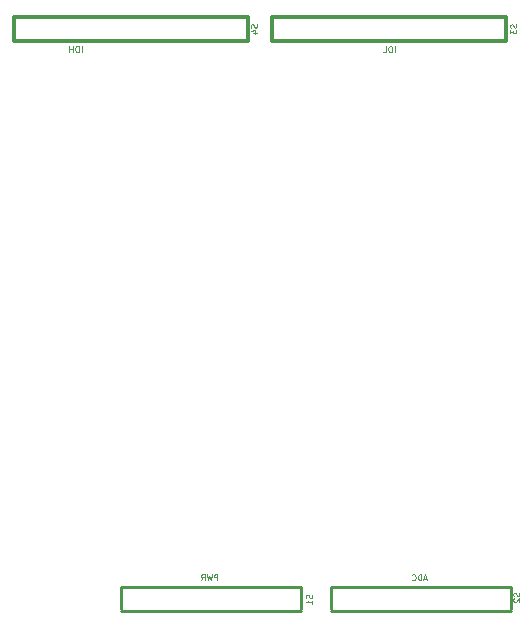
<source format=gbo>
G04 (created by PCBNEW (2013-07-07 BZR 4022)-stable) date Mon 05 Aug 2013 03:22:25 PM NZST*
%MOIN*%
G04 Gerber Fmt 3.4, Leading zero omitted, Abs format*
%FSLAX34Y34*%
G01*
G70*
G90*
G04 APERTURE LIST*
%ADD10C,0.00590551*%
%ADD11C,0.012*%
%ADD12C,0.01*%
%ADD13C,0.004*%
G04 APERTURE END LIST*
G54D10*
G54D11*
X27400Y-11400D02*
X27400Y-10600D01*
X19600Y-11400D02*
X19600Y-10600D01*
X27400Y-10600D02*
X19600Y-10600D01*
X19600Y-11400D02*
X27400Y-11400D01*
G54D12*
X27550Y-29600D02*
X27550Y-30350D01*
X21550Y-29600D02*
X21550Y-30350D01*
X21550Y-30391D02*
X27550Y-30391D01*
X27550Y-29600D02*
X21550Y-29600D01*
X20550Y-29600D02*
X20550Y-30350D01*
X14550Y-29600D02*
X14550Y-30350D01*
X14550Y-30391D02*
X20550Y-30391D01*
X20550Y-29600D02*
X14550Y-29600D01*
G54D11*
X18800Y-11400D02*
X18800Y-10600D01*
X11000Y-11400D02*
X11000Y-10600D01*
X18800Y-10600D02*
X11000Y-10600D01*
X11000Y-11400D02*
X18800Y-11400D01*
G54D13*
X27721Y-10847D02*
X27730Y-10876D01*
X27730Y-10923D01*
X27721Y-10942D01*
X27711Y-10952D01*
X27692Y-10961D01*
X27673Y-10961D01*
X27654Y-10952D01*
X27645Y-10942D01*
X27635Y-10923D01*
X27626Y-10885D01*
X27616Y-10866D01*
X27607Y-10857D01*
X27588Y-10847D01*
X27569Y-10847D01*
X27550Y-10857D01*
X27540Y-10866D01*
X27530Y-10885D01*
X27530Y-10933D01*
X27540Y-10961D01*
X27530Y-11028D02*
X27530Y-11152D01*
X27607Y-11085D01*
X27607Y-11114D01*
X27616Y-11133D01*
X27626Y-11142D01*
X27645Y-11152D01*
X27692Y-11152D01*
X27711Y-11142D01*
X27721Y-11133D01*
X27730Y-11114D01*
X27730Y-11057D01*
X27721Y-11038D01*
X27711Y-11028D01*
X23685Y-11780D02*
X23685Y-11580D01*
X23552Y-11580D02*
X23514Y-11580D01*
X23495Y-11590D01*
X23476Y-11609D01*
X23466Y-11647D01*
X23466Y-11714D01*
X23476Y-11752D01*
X23495Y-11771D01*
X23514Y-11780D01*
X23552Y-11780D01*
X23571Y-11771D01*
X23590Y-11752D01*
X23599Y-11714D01*
X23599Y-11647D01*
X23590Y-11609D01*
X23571Y-11590D01*
X23552Y-11580D01*
X23285Y-11780D02*
X23380Y-11780D01*
X23380Y-11580D01*
X27821Y-29797D02*
X27830Y-29826D01*
X27830Y-29873D01*
X27821Y-29892D01*
X27811Y-29902D01*
X27792Y-29911D01*
X27773Y-29911D01*
X27754Y-29902D01*
X27745Y-29892D01*
X27735Y-29873D01*
X27726Y-29835D01*
X27716Y-29816D01*
X27707Y-29807D01*
X27688Y-29797D01*
X27669Y-29797D01*
X27650Y-29807D01*
X27640Y-29816D01*
X27630Y-29835D01*
X27630Y-29883D01*
X27640Y-29911D01*
X27650Y-29988D02*
X27640Y-29997D01*
X27630Y-30016D01*
X27630Y-30064D01*
X27640Y-30083D01*
X27650Y-30092D01*
X27669Y-30102D01*
X27688Y-30102D01*
X27716Y-30092D01*
X27830Y-29978D01*
X27830Y-30102D01*
X24747Y-29323D02*
X24652Y-29323D01*
X24766Y-29380D02*
X24700Y-29180D01*
X24633Y-29380D01*
X24566Y-29380D02*
X24566Y-29180D01*
X24519Y-29180D01*
X24490Y-29190D01*
X24471Y-29209D01*
X24461Y-29228D01*
X24452Y-29266D01*
X24452Y-29295D01*
X24461Y-29333D01*
X24471Y-29352D01*
X24490Y-29371D01*
X24519Y-29380D01*
X24566Y-29380D01*
X24252Y-29361D02*
X24261Y-29371D01*
X24290Y-29380D01*
X24309Y-29380D01*
X24338Y-29371D01*
X24357Y-29352D01*
X24366Y-29333D01*
X24376Y-29295D01*
X24376Y-29266D01*
X24366Y-29228D01*
X24357Y-29209D01*
X24338Y-29190D01*
X24309Y-29180D01*
X24290Y-29180D01*
X24261Y-29190D01*
X24252Y-29200D01*
X20911Y-29867D02*
X20920Y-29896D01*
X20920Y-29943D01*
X20911Y-29962D01*
X20901Y-29972D01*
X20882Y-29981D01*
X20863Y-29981D01*
X20844Y-29972D01*
X20835Y-29962D01*
X20825Y-29943D01*
X20816Y-29905D01*
X20806Y-29886D01*
X20797Y-29877D01*
X20778Y-29867D01*
X20759Y-29867D01*
X20740Y-29877D01*
X20730Y-29886D01*
X20720Y-29905D01*
X20720Y-29953D01*
X20730Y-29981D01*
X20920Y-30172D02*
X20920Y-30058D01*
X20920Y-30115D02*
X20720Y-30115D01*
X20749Y-30096D01*
X20768Y-30077D01*
X20778Y-30058D01*
X17766Y-29380D02*
X17766Y-29180D01*
X17690Y-29180D01*
X17671Y-29190D01*
X17661Y-29200D01*
X17652Y-29219D01*
X17652Y-29247D01*
X17661Y-29266D01*
X17671Y-29276D01*
X17690Y-29285D01*
X17766Y-29285D01*
X17585Y-29180D02*
X17538Y-29380D01*
X17499Y-29238D01*
X17461Y-29380D01*
X17414Y-29180D01*
X17223Y-29380D02*
X17290Y-29285D01*
X17338Y-29380D02*
X17338Y-29180D01*
X17261Y-29180D01*
X17242Y-29190D01*
X17233Y-29200D01*
X17223Y-29219D01*
X17223Y-29247D01*
X17233Y-29266D01*
X17242Y-29276D01*
X17261Y-29285D01*
X17338Y-29285D01*
X19071Y-10847D02*
X19080Y-10876D01*
X19080Y-10923D01*
X19071Y-10942D01*
X19061Y-10952D01*
X19042Y-10961D01*
X19023Y-10961D01*
X19004Y-10952D01*
X18995Y-10942D01*
X18985Y-10923D01*
X18976Y-10885D01*
X18966Y-10866D01*
X18957Y-10857D01*
X18938Y-10847D01*
X18919Y-10847D01*
X18900Y-10857D01*
X18890Y-10866D01*
X18880Y-10885D01*
X18880Y-10933D01*
X18890Y-10961D01*
X18947Y-11133D02*
X19080Y-11133D01*
X18871Y-11085D02*
X19014Y-11038D01*
X19014Y-11161D01*
X13250Y-11772D02*
X13250Y-11572D01*
X13117Y-11572D02*
X13079Y-11572D01*
X13060Y-11582D01*
X13040Y-11601D01*
X13031Y-11639D01*
X13031Y-11706D01*
X13040Y-11744D01*
X13060Y-11763D01*
X13079Y-11772D01*
X13117Y-11772D01*
X13136Y-11763D01*
X13155Y-11744D01*
X13164Y-11706D01*
X13164Y-11639D01*
X13155Y-11601D01*
X13136Y-11582D01*
X13117Y-11572D01*
X12945Y-11772D02*
X12945Y-11572D01*
X12945Y-11668D02*
X12831Y-11668D01*
X12831Y-11772D02*
X12831Y-11572D01*
M02*

</source>
